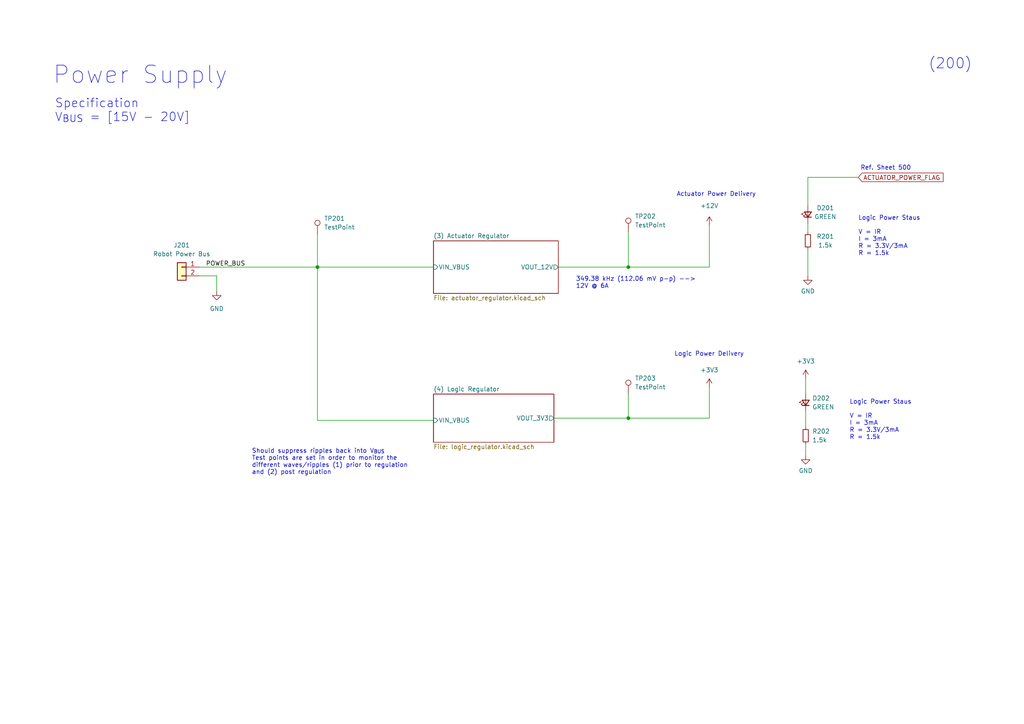
<source format=kicad_sch>
(kicad_sch (version 20211123) (generator eeschema)
  (paper "A4")
  (title_block (title "Power Supply Overview") (date "2022-10-30") (rev "HULA - 0.2") (company "Alexander S. Adranly"))
  (lib_symbols
    (symbol "Connector:TestPoint" (pin_numbers hide) (pin_names (offset 0.762) hide)
      (property "Reference" "TP" (at 0 6.858 0))
      (property "Value" "TestPoint" (at 0 5.08 0))
      (symbol "TestPoint_0_1"
        (circle (center 0 3.302) (radius 0.762))
      )
      (symbol "TestPoint_1_1"
        (pin passive line (at 0 0 90) (length 2.54) (name "1") (number "1"))
      )
    )
    (symbol "Connector_Generic:Conn_01x02" (pin_names (offset 1.016) hide)
      (property "Reference" "J" (at 0 2.54 0))
      (property "Value" "Conn_01x02" (at 0 -5.08 0))
      (symbol "Conn_01x02_1_1"
        (rectangle (start -1.27 -2.413) (end 0 -2.667) (stroke (width 0.1524)))
        (rectangle (start -1.27 0.127) (end 0 -0.127) (stroke (width 0.1524)))
        (rectangle (start -1.27 1.27) (end 1.27 -3.81) (stroke (width 0.254)) (fill (type background)))
        (pin passive line (at -5.08 0 0) (length 3.81) (name "Pin_1") (number "1"))
        (pin passive line (at -5.08 -2.54 0) (length 3.81) (name "Pin_2") (number "2"))
      )
    )
    (symbol "Device:LED_Small" (pin_numbers hide) (pin_names (offset 0.254) hide)
      (property "Reference" "D" (at -1.27 3.175 0))
      (property "Value" "LED_Small" (at -4.445 -2.54 0))
      (symbol "LED_Small_0_1"
        (polyline (pts (xy -0.762 -1.016) (xy -0.762 1.016)) (stroke (width 0.254)))
        (polyline (pts (xy 1.016 0) (xy -0.762 0)))
        (polyline (pts (xy 0.762 -1.016) (xy -0.762 0) (xy 0.762 1.016) (xy 0.762 -1.016)) (stroke (width 0.254)))
        (polyline (pts (xy 0 0.762) (xy -0.508 1.27) (xy -0.254 1.27) (xy -0.508 1.27) (xy -0.508 1.016)))
        (polyline (pts (xy 0.508 1.27) (xy 0 1.778) (xy 0.254 1.778) (xy 0 1.778) (xy 0 1.524)))
      )
      (symbol "LED_Small_1_1"
        (pin passive line (at -2.54 0 0) (length 1.778) (name "K") (number "1"))
        (pin passive line (at 2.54 0 180) (length 1.778) (name "A") (number "2"))
      )
    )
    (symbol "Device:R_Small" (pin_numbers hide) (pin_names (offset 0.254) hide)
      (property "Reference" "R" (at 0.762 0.508 0))
      (property "Value" "R_Small" (at 0.762 -1.016 0))
      (symbol "R_Small_0_1"
        (rectangle (start -0.762 1.778) (end 0.762 -1.778) (stroke (width 0.2032)))
      )
      (symbol "R_Small_1_1"
        (pin passive line (at 0 2.54 270) (length 0.762) (name "~") (number "1"))
        (pin passive line (at 0 -2.54 90) (length 0.762) (name "~") (number "2"))
      )
    )
    (symbol "power:+12V" (power) (pin_names (offset 0))
      (property "Value" "+12V" (at 0 3.556 0))
      (symbol "+12V_0_1"
        (polyline (pts (xy -0.762 1.27) (xy 0 2.54)))
        (polyline (pts (xy 0 0) (xy 0 2.54)))
        (polyline (pts (xy 0 2.54) (xy 0.762 1.27)))
      )
      (symbol "+12V_1_1"
        (pin power_in line (at 0 0 90) (length 0) hide (name "+12V") (number "1"))
      )
    )
    (symbol "power:+3V3" (power) (pin_names (offset 0))
      (property "Value" "+3V3" (at 0 3.556 0))
      (symbol "+3V3_0_1"
        (polyline (pts (xy -0.762 1.27) (xy 0 2.54)))
        (polyline (pts (xy 0 0) (xy 0 2.54)))
        (polyline (pts (xy 0 2.54) (xy 0.762 1.27)))
      )
      (symbol "+3V3_1_1"
        (pin power_in line (at 0 0 90) (length 0) hide (name "+3V3") (number "1"))
      )
    )
    (symbol "power:GND" (power) (pin_names (offset 0))
      (property "Value" "GND" (at 0 -3.81 0))
      (symbol "GND_0_1"
        (polyline (pts (xy 0 0) (xy 0 -1.27) (xy 1.27 -1.27) (xy 0 -2.54) (xy -1.27 -1.27) (xy 0 -1.27)))
      )
      (symbol "GND_1_1"
        (pin power_in line (at 0 0 270) (length 0) hide (name "GND") (number "1"))
      )
    )
  )
  (junction (at 182.245 121.285))
  (junction (at 182.245 77.47))
  (junction (at 92.075 77.47))
  (wire (pts (xy 234.315 64.77) (xy 234.315 67.31)))
  (wire (pts (xy 182.245 114.3) (xy 182.245 121.285)))
  (wire (pts (xy 125.73 121.92) (xy 92.075 121.92)))
  (wire (pts (xy 62.865 80.01) (xy 62.865 84.455)))
  (wire (pts (xy 205.74 121.285) (xy 182.245 121.285)))
  (wire (pts (xy 161.925 77.47) (xy 182.245 77.47)))
  (wire (pts (xy 92.075 77.47) (xy 125.73 77.47)))
  (wire (pts (xy 182.245 77.47) (xy 205.74 77.47)))
  (wire (pts (xy 92.075 77.47) (xy 92.075 121.92)))
  (wire (pts (xy 233.68 109.855) (xy 233.68 114.3)))
  (wire (pts (xy 205.74 112.395) (xy 205.74 121.285)))
  (wire (pts (xy 233.68 119.38) (xy 233.68 123.825)))
  (wire (pts (xy 57.785 80.01) (xy 62.865 80.01)))
  (wire (pts (xy 205.74 65.405) (xy 205.74 77.47)))
  (wire (pts (xy 92.075 67.945) (xy 92.075 77.47)))
  (wire (pts (xy 182.245 67.31) (xy 182.245 77.47)))
  (wire (pts (xy 248.92 51.435) (xy 234.315 51.435)))
  (wire (pts (xy 233.68 128.905) (xy 233.68 132.08)))
  (wire (pts (xy 182.245 121.285) (xy 160.655 121.285)))
  (wire (pts (xy 57.785 77.47) (xy 92.075 77.47)))
  (wire (pts (xy 234.315 72.39) (xy 234.315 80.01)))
  (wire (pts (xy 234.315 51.435) (xy 234.315 59.69)))
  (text "Should suppress ripples back into V_{BUS}\nTest points are set in order to monitor the\ndifferent waves/ripples (1) prior to regulation\nand (2) post regulation" (at 73.025 137.795 0) (effects (font (size 1.27 1.27)) (justify left bottom)))
  (text "Logic Power Delivery" (at 195.58 103.505 0) (effects (font (size 1.27 1.27)) (justify left bottom)))
  (text "Specification\nV_{BUS} = [15V - 20V]" (at 15.875 35.56 0) (effects (font (size 2.5 2.5)) (justify left bottom)))
  (text "(200)" (at 269.24 20.32 0) (effects (font (size 3 3)) (justify left bottom)))
  (text "Logic Power Staus\n\nV = IR\nI = 3mA\nR = 3.3V/3mA\nR = 1.5k" (at 246.38 127.635 0) (effects (font (size 1.27 1.27)) (justify left bottom)))
  (text "Ref. Sheet 500" (at 249.555 49.53 0) (effects (font (size 1.27 1.27)) (justify left bottom)))
  (text "Logic Power Staus\n\nV = IR\nI = 3mA\nR = 3.3V/3mA\nR = 1.5k" (at 248.92 74.295 0) (effects (font (size 1.27 1.27)) (justify left bottom)))
  (text "349.38 kHz (112.06 mV p-p) -->\n12V @ 6A" (at 167.005 83.82 0) (effects (font (size 1.27 1.27)) (justify left bottom)))
  (text "Actuator Power Delivery" (at 196.215 57.15 0) (effects (font (size 1.27 1.27)) (justify left bottom)))
  (text "Power Supply" (at 15.24 24.765 0) (effects (font (size 5 5)) (justify left bottom)))
  (label "POWER_BUS" (at 59.69 77.47 0))
  (global_label "ACTUATOR_POWER_FLAG" (shape input) (at 248.92 51.435 0) (property "Intersheet References" "${INTERSHEET_REFS}" (effects hide)))
  (symbol (lib_id "power:GND") (at 234.315 80.01 0) (unit 1)
    (property "Reference" "#PWR037" (effects hide))
    (property "Value" "GND" (at 234.315 84.455 0))
  )
  (symbol (lib_id "Connector:TestPoint") (at 182.245 67.31 0) (unit 1)
    (property "Reference" "TP202" (at 184.15 62.7379 0) (effects (justify left)))
    (property "Value" "TestPoint" (at 184.15 65.2779 0) (effects (justify left)))
    (property "Footprint" "TestPoint:TestPoint_Pad_1.5x1.5mm" (effects hide))
  )
  (symbol (lib_id "power:GND") (at 233.68 132.08 0) (unit 1)
    (property "Reference" "#PWR015" (effects hide))
    (property "Value" "GND" (at 233.68 136.525 0))
  )
  (symbol (lib_id "Device:R_Small") (at 233.68 126.365 0) (unit 1)
    (property "Reference" "R202" (at 235.585 125.0949 0) (effects (justify left)))
    (property "Value" "1.5k" (at 235.585 127.6349 0) (effects (justify left)))
    (property "Footprint" "Resistor_SMD:R_0603_1608Metric" (effects hide))
    (property "Manufacturer_Name" "UNI-ROYAL(Uniroyal Elec)" (effects hide))
    (property "Manufacturer_Part_Number" "0603WAF1501T5E" (effects hide))
  )
  (symbol (lib_id "power:GND") (at 62.865 84.455 0) (unit 1)
    (property "Reference" "#PWR018" (effects hide))
    (property "Value" "GND" (at 62.865 89.535 0))
  )
  (symbol (lib_id "power:+12V") (at 205.74 65.405 0) (unit 1)
    (property "Reference" "#PWR014" (effects hide))
    (property "Value" "+12V" (at 205.74 59.69 0))
  )
  (symbol (lib_id "power:+3V3") (at 233.68 109.855 0) (unit 1)
    (property "Reference" "#PWR0106" (effects hide))
    (property "Value" "+3V3" (at 233.68 104.775 0))
  )
  (symbol (lib_id "Connector_Generic:Conn_01x02") (at 52.705 77.47 0) (mirror y) (unit 1)
    (property "Reference" "J201" (at 52.705 71.12 0))
    (property "Value" "Robot Power Bus" (at 52.705 73.66 0))
    (property "Footprint" "Connector_PinSocket_2.54mm:PinSocket_1x02_P2.54mm_Vertical" (effects hide))
  )
  (symbol (lib_id "Device:LED_Small") (at 233.68 116.84 90) (unit 1)
    (property "Reference" "D202" (at 235.585 115.5064 90) (effects (justify right)))
    (property "Value" "GREEN" (at 235.585 118.0464 90) (effects (justify right)))
    (property "Footprint" "LED_SMD:LED_0603_1608Metric" (effects hide))
    (property "Manufacturer_Name" "Everlight Elec" (effects hide))
    (property "Manufacturer_Part_Number" "19-217/GHC-YR1S2/3T" (effects hide))
  )
  (symbol (lib_id "Device:R_Small") (at 234.315 69.85 180) (unit 1)
    (property "Reference" "R201" (at 239.395 68.58 0))
    (property "Value" "1.5k" (at 239.395 71.12 0))
    (property "Footprint" "Resistor_SMD:R_0603_1608Metric" (effects hide))
    (property "Manufacturer_Name" "UNI-ROYAL(Uniroyal Elec)" (effects hide))
    (property "Manufacturer_Part_Number" "0603WAF1501T5E" (effects hide))
  )
  (symbol (lib_id "Device:LED_Small") (at 234.315 62.23 90) (unit 1)
    (property "Reference" "D201" (at 239.395 60.325 90))
    (property "Value" "GREEN" (at 239.395 62.865 90))
    (property "Footprint" "LED_SMD:LED_0603_1608Metric" (effects hide))
    (property "Manufacturer_Name" "Everlight Elec" (effects hide))
    (property "Manufacturer_Part_Number" "19-217/GHC-YR1S2/3T" (effects hide))
  )
  (symbol (lib_id "Connector:TestPoint") (at 182.245 114.3 0) (unit 1)
    (property "Reference" "TP203" (at 184.15 109.7279 0) (effects (justify left)))
    (property "Value" "TestPoint" (at 184.15 112.2679 0) (effects (justify left)))
    (property "Footprint" "TestPoint:TestPoint_Pad_1.5x1.5mm" (effects hide))
  )
  (symbol (lib_id "power:+3V3") (at 205.74 112.395 0) (unit 1)
    (property "Reference" "#PWR0105" (effects hide))
    (property "Value" "+3V3" (at 205.74 107.315 0))
  )
  (symbol (lib_id "Connector:TestPoint") (at 92.075 67.945 0) (unit 1)
    (property "Reference" "TP201" (at 93.98 63.3729 0) (effects (justify left)))
    (property "Value" "TestPoint" (at 93.98 65.9129 0) (effects (justify left)))
    (property "Footprint" "TestPoint:TestPoint_Pad_1.5x1.5mm" (effects hide))
  )
  (sheet (at 125.73 114.3) (size 34.925 13.97) (stroke (width 0.1524))
    (property "Sheet name" "(4) Logic Regulator" (at 125.73 113.5884 0) (effects (justify left bottom)))
    (property "Sheet file" "logic_regulator.kicad_sch" (at 125.73 128.8546 0) (effects (justify left top)))
    (pin "VOUT_3V3" output (at 160.655 121.285 0))
    (pin "VIN_VBUS" input (at 125.73 121.92 180))
  )
  (sheet (at 125.73 69.85) (size 36.195 15.24) (stroke (width 0.1524))
    (property "Sheet name" "(3) Actuator Regulator" (at 125.73 69.1384 0) (effects (justify left bottom)))
    (property "Sheet file" "actuator_regulator.kicad_sch" (at 125.73 85.6746 0) (effects (justify left top)))
    (pin "VOUT_12V" output (at 161.925 77.47 0))
    (pin "VIN_VBUS" input (at 125.73 77.47 180))
  )
)
</source>
